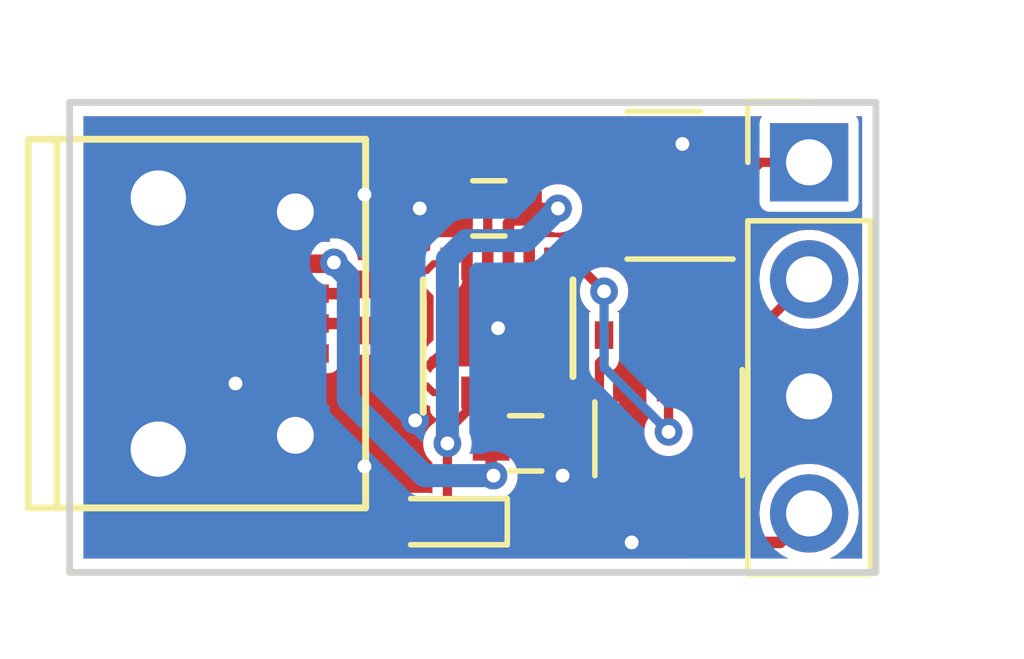
<source format=kicad_pcb>
(kicad_pcb (version 20221018) (generator pcbnew)
  (layers (0 "F.Cu" signal) (31 "B.Cu" signal) (34 "B.Paste" user) (35 "F.Paste" user) (36 "B.SilkS" user "B.Silkscreen") (37 "F.SilkS" user "F.Silkscreen") (38 "B.Mask" user) (39 "F.Mask" user) (44 "Edge.Cuts" user))
  (net 0 "")
  (net 1 "GND")
  (net 2 "Net-(J1-D-)")
  (net 3 "Net-(J1-D+)")
  (net 4 "+3V3")
  (net 5 "+5V")
  (net 6 "Net-(D1-K)")
  (net 7 "Net-(U1-USBDM)")
  (net 8 "Net-(R3-Pad2)")
  (net 9 "Net-(U1-UDBDP)")
  (net 10 "Net-(R5-Pad2)")
  (net 11 "/VTG")
  (net 12 "/TXOUT")
  (net 13 "/RXIN")
  (net 14 "Net-(U1-CBUS0)")
  (net 15 "Net-(U1-TXD)")
  (net 16 "Net-(U1-RXD)")
  (footprint "Capacitors_SMD:C_0402_NoSilk" (layer "F.Cu") (at 146.4 73.4 90)
    (fp_text reference "C1" hide)
    (fp_text value "47p")
    (pad "1" smd rect (at -0.55 0 90) (size 0.6 0.5) (layers "F.Cu" "F.Paste" "F.Mask"))
    (pad "2" smd rect (at 0.55 0 90) (size 0.6 0.5) (layers "F.Cu" "F.Paste" "F.Mask") (net 1 "GND"))
  )
  (footprint "Capacitors_SMD:C_0402_NoSilk" (layer "F.Cu") (at 146.4 75.5 -90)
    (fp_text reference "C2" hide)
    (fp_text value "47p")
    (pad "1" smd rect (at -0.55 0 270) (size 0.6 0.5) (layers "F.Cu" "F.Paste" "F.Mask"))
    (pad "2" smd rect (at 0.55 0 270) (size 0.6 0.5) (layers "F.Cu" "F.Paste" "F.Mask") (net 1 "GND"))
  )
  (footprint "Capacitors_SMD:C_0603" (layer "F.Cu") (at 149.1 72.3 180)
    (fp_text reference "C3" hide)
    (fp_text value "4.7u/6.3V")
    (fp_line (start -0.35 -0.6) (end 0.35 -0.6) (stroke (width 0.12)) (layer "F.SilkS"))
    (fp_line (start 0.35 0.6) (end -0.35 0.6) (stroke (width 0.12)) (layer "F.SilkS"))
    (pad "1" smd rect (at -0.75 0 180) (size 0.8 0.75) (layers "F.Cu" "F.Paste" "F.Mask") (net 4 "+3V3"))
    (pad "2" smd rect (at 0.75 0 180) (size 0.8 0.75) (layers "F.Cu" "F.Paste" "F.Mask") (net 1 "GND"))
  )
  (footprint "Capacitors_SMD:C_0603" (layer "F.Cu") (at 149.9 77.4)
    (fp_text reference "C4" hide)
    (fp_text value "4.7u/6.3V")
    (fp_line (start -0.35 -0.6) (end 0.35 -0.6) (stroke (width 0.12)) (layer "F.SilkS"))
    (fp_line (start 0.35 0.6) (end -0.35 0.6) (stroke (width 0.12)) (layer "F.SilkS"))
    (pad "1" smd rect (at -0.75 0) (size 0.8 0.75) (layers "F.Cu" "F.Paste" "F.Mask") (net 5 "+5V"))
    (pad "2" smd rect (at 0.75 0) (size 0.8 0.75) (layers "F.Cu" "F.Paste" "F.Mask") (net 1 "GND"))
  )
  (footprint "LEDs:LED_0603" (layer "F.Cu") (at 148.2 79.1 180)
    (fp_text reference "D1" hide)
    (fp_text value "LED")
    (fp_line (start -1.3 -0.5) (end -1.3 0.5) (stroke (width 0.12)) (layer "F.SilkS"))
    (fp_line (start -1.3 -0.5) (end 0.8 -0.5) (stroke (width 0.12)) (layer "F.SilkS"))
    (fp_line (start -1.3 0.5) (end 0.8 0.5) (stroke (width 0.12)) (layer "F.SilkS"))
    (pad "1" smd rect (at -0.8 0) (size 0.8 0.8) (layers "F.Cu" "F.Paste" "F.Mask"))
    (pad "2" smd rect (at 0.8 0) (size 0.8 0.8) (layers "F.Cu" "F.Paste" "F.Mask") (net 4 "+3V3"))
  )
  (footprint "hunz:USB_Micro-B_10103594-0001LF" (layer "F.Cu") (at 142.8 74.8 180)
    (fp_text reference "J1" hide)
    (fp_text value "USB_OTG")
    (fp_line (start -3.625 -4) (end 3.695 -4) (stroke (width 0.15)) (layer "F.SilkS"))
    (fp_line (start -3.625 4) (end -3.625 -4) (stroke (width 0.15)) (layer "F.SilkS"))
    (fp_line (start 3.075 -4) (end 3.075 4) (stroke (width 0.15)) (layer "F.SilkS"))
    (fp_line (start 3.695 4) (end -3.625 4) (stroke (width 0.15)) (layer "F.SilkS"))
    (fp_line (start 3.695 4) (end 3.695 -4) (stroke (width 0.15)) (layer "F.SilkS"))
    (pad "1" smd rect (at -2 1.3) (size 1.65 0.4) (layers "F.Cu" "F.Paste" "F.Mask") (net 5 "+5V"))
    (pad "2" smd rect (at -2 0.65) (size 1.65 0.4) (layers "F.Cu" "F.Paste" "F.Mask") (net 2 "Net-(J1-D-)"))
    (pad "3" smd rect (at -2 0.0009) (size 1.65 0.4) (layers "F.Cu" "F.Paste" "F.Mask") (net 3 "Net-(J1-D+)"))
    (pad "4" smd rect (at -2 -0.65) (size 1.65 0.4) (layers "F.Cu" "F.Paste" "F.Mask"))
    (pad "5" smd rect (at -2 -1.3) (size 1.65 0.4) (layers "F.Cu" "F.Paste" "F.Mask") (net 1 "GND"))
    (pad "6" thru_hole rect (at -2.1 -2.425) (size 1.5 2.1) (drill 0.8 (offset 0 0.4)) (layers "*.Cu" "*.Mask" "F.Paste") (net 1 "GND"))
    (pad "6" thru_hole rect (at -2.1 2.425) (size 1.5 2.1) (drill 0.8 (offset 0 -0.4)) (layers "*.Cu" "*.Mask" "F.Paste") (net 1 "GND"))
    (pad "6" thru_hole rect (at 0.875 -2.725) (size 3.4 1.9) (drill 1.2 (offset 0.3 0.2)) (layers "*.Cu" "*.Mask" "F.Paste") (net 1 "GND"))
    (pad "6" thru_hole rect (at 0.875 2.725) (size 3.4 1.9) (drill 1.2 (offset 0.3 -0.2)) (layers "*.Cu" "*.Mask" "F.Paste") (net 1 "GND"))
    (pad "6" smd rect (at 1.125 -0.9625) (size 2.5 1.425) (layers "F.Cu" "F.Paste" "F.Mask") (net 1 "GND"))
    (pad "6" smd rect (at 1.125 0.9625) (size 2.5 1.425) (layers "F.Cu" "F.Paste" "F.Mask") (net 1 "GND"))
  )
  (footprint "Resistors_SMD:R_0402_NoSilk" (layer "F.Cu") (at 147.3 75.7 90)
    (fp_text reference "R1" hide)
    (fp_text value "27")
    (pad "1" smd rect (at -0.45 0 90) (size 0.4 0.6) (layers "F.Cu" "F.Paste" "F.Mask"))
    (pad "2" smd rect (at 0.45 0 90) (size 0.4 0.6) (layers "F.Cu" "F.Paste" "F.Mask") (net 2 "Net-(J1-D-)"))
  )
  (footprint "Resistors_SMD:R_0402_NoSilk" (layer "F.Cu") (at 147.3 74.1 -90)
    (fp_text reference "R2" hide)
    (fp_text value "27")
    (pad "1" smd rect (at -0.45 0 270) (size 0.4 0.6) (layers "F.Cu" "F.Paste" "F.Mask"))
    (pad "2" smd rect (at 0.45 0 270) (size 0.4 0.6) (layers "F.Cu" "F.Paste" "F.Mask") (net 3 "Net-(J1-D+)"))
  )
  (footprint "Resistors_SMD:R_0402_NoSilk" (layer "F.Cu") (at 152.05 75.05 180)
    (fp_text reference "R3" hide)
    (fp_text value "120")
    (pad "1" smd rect (at -0.45 0 180) (size 0.4 0.6) (layers "F.Cu" "F.Paste" "F.Mask") (net 12 "/TXOUT"))
    (pad "2" smd rect (at 0.45 0 180) (size 0.4 0.6) (layers "F.Cu" "F.Paste" "F.Mask") (net 8 "Net-(R3-Pad2)"))
  )
  (footprint "Resistors_SMD:R_0402_NoSilk" (layer "F.Cu") (at 150.4 79)
    (fp_text reference "R4" hide)
    (fp_text value "470")
    (pad "1" smd rect (at -0.45 0) (size 0.4 0.6) (layers "F.Cu" "F.Paste" "F.Mask") (net 6 "Net-(D1-K)"))
    (pad "2" smd rect (at 0.45 0) (size 0.4 0.6) (layers "F.Cu" "F.Paste" "F.Mask"))
  )
  (footprint "Housings_DFN_QFN:DFN-12-1EP_3x3mm_Pitch0.45mm" (layer "F.Cu") (at 149.3 74.9 90)
    (fp_text reference "U1" hide)
    (fp_text value "FT234XD")
    (fp_line (start -1.825 -1.625) (end 1.05 -1.625) (stroke (width 0.15)) (layer "F.SilkS"))
    (fp_line (start -1.05 1.625) (end 1.05 1.625) (stroke (width 0.15)) (layer "F.SilkS"))
    (pad "1" smd rect (at -1.4 -1.125 90) (size 0.7 0.25) (layers "F.Cu" "F.Paste" "F.Mask") (net 7 "Net-(U1-USBDM)"))
    (pad "2" smd rect (at -1.4 -0.675 90) (size 0.7 0.25) (layers "F.Cu" "F.Paste" "F.Mask") (net 4 "+3V3"))
    (pad "3" smd rect (at -1.4 -0.225 90) (size 0.7 0.25) (layers "F.Cu" "F.Paste" "F.Mask") (net 4 "+3V3"))
    (pad "4" smd rect (at -1.4 0.225 90) (size 0.7 0.25) (layers "F.Cu" "F.Paste" "F.Mask") (net 5 "+5V"))
    (pad "5" smd rect (at -1.4 0.675 90) (size 0.7 0.25) (layers "F.Cu" "F.Paste" "F.Mask") (net 1 "GND"))
    (pad "6" smd rect (at -1.4 1.125 90) (size 0.7 0.25) (layers "F.Cu" "F.Paste" "F.Mask") (net 14 "Net-(U1-CBUS0)"))
    (pad "7" smd rect (at 1.4 1.125 90) (size 0.7 0.25) (layers "F.Cu" "F.Paste" "F.Mask"))
    (pad "8" smd rect (at 1.4 0.675 90) (size 0.7 0.25) (layers "F.Cu" "F.Paste" "F.Mask"))
    (pad "9" smd rect (at 1.4 0.225 90) (size 0.7 0.25) (layers "F.Cu" "F.Paste" "F.Mask") (net 4 "+3V3"))
    (pad "10" smd rect (at 1.4 -0.225 90) (size 0.7 0.25) (layers "F.Cu" "F.Paste" "F.Mask"))
    (pad "11" smd rect (at 1.4 -0.675 90) (size 0.7 0.25) (layers "F.Cu" "F.Paste" "F.Mask") (net 1 "GND"))
    (pad "12" smd rect (at 1.4 -1.125 90) (size 0.7 0.25) (layers "F.Cu" "F.Paste" "F.Mask") (net 9 "Net-(U1-UDBDP)"))
    (pad "13" smd rect (at -0.415 -0.595 90) (size 0.83 1.19) (layers "F.Cu" "F.Paste" "F.Mask") (net 1 "GND"))
    (pad "13" smd rect (at -0.415 0.595 90) (size 0.83 1.19) (layers "F.Cu" "F.Paste" "F.Mask") (net 1 "GND"))
    (pad "13" smd rect (at 0.415 -0.595 90) (size 0.83 1.19) (layers "F.Cu" "F.Paste" "F.Mask") (net 1 "GND"))
    (pad "13" smd rect (at 0.415 0.595 90) (size 0.83 1.19) (layers "F.Cu" "F.Paste" "F.Mask") (net 1 "GND"))
  )
  (footprint "Package_SO:TSOP-5_1.65x3.05mm_P0.95mm" (layer "F.Cu") (at 153 77.3 -90)
    (fp_text reference "U2" hide)
    (fp_text value "74LVC1G17")
    (fp_line (start -0.8 1.6) (end 0.8 1.6) (stroke (width 0.12)) (layer "F.SilkS"))
    (fp_line (start 0.8 -1.6) (end -1.5 -1.6) (stroke (width 0.12)) (layer "F.SilkS"))
    (pad "1" smd rect (at -1.16 -0.95 270) (size 0.7 0.51) (layers "F.Cu" "F.Paste" "F.Mask"))
    (pad "2" smd rect (at -1.16 0 270) (size 0.7 0.51) (layers "F.Cu" "F.Paste" "F.Mask") (net 15 "Net-(U1-TXD)"))
    (pad "3" smd rect (at -1.16 0.95 270) (size 0.7 0.51) (layers "F.Cu" "F.Paste" "F.Mask") (net 1 "GND"))
    (pad "4" smd rect (at 1.16 0.95 270) (size 0.7 0.51) (layers "F.Cu" "F.Paste" "F.Mask") (net 8 "Net-(R3-Pad2)"))
    (pad "5" smd rect (at 1.16 -0.95 270) (size 0.7 0.51) (layers "F.Cu" "F.Paste" "F.Mask") (net 11 "/VTG"))
  )
  (footprint "Package_SO:TSOP-5_1.65x3.05mm_P0.95mm" (layer "F.Cu") (at 152.9 71.8 180)
    (fp_text reference "U3" hide)
    (fp_text value "74LVC1G17")
    (fp_line (start -0.8 1.6) (end 0.8 1.6) (stroke (width 0.12)) (layer "F.SilkS"))
    (fp_line (start 0.8 -1.6) (end -1.5 -1.6) (stroke (width 0.12)) (layer "F.SilkS"))
    (pad "1" smd rect (at -1.16 -0.95 180) (size 0.7 0.51) (layers "F.Cu" "F.Paste" "F.Mask"))
    (pad "2" smd rect (at -1.16 0 180) (size 0.7 0.51) (layers "F.Cu" "F.Paste" "F.Mask") (net 10 "Net-(R5-Pad2)"))
    (pad "3" smd rect (at -1.16 0.95 180) (size 0.7 0.51) (layers "F.Cu" "F.Paste" "F.Mask") (net 1 "GND"))
    (pad "4" smd rect (at 1.16 0.95 180) (size 0.7 0.51) (layers "F.Cu" "F.Paste" "F.Mask") (net 16 "Net-(U1-RXD)"))
    (pad "5" smd rect (at 1.16 -0.95 180) (size 0.7 0.51) (layers "F.Cu" "F.Paste" "F.Mask") (net 4 "+3V3"))
  )
  (footprint "Capacitor_SMD:C_0402_1005Metric" (layer "F.Cu") (at 153.45 79.55 180)
    (fp_text reference "C6" hide)
    (fp_text value "0.1u")
    (pad "1" smd roundrect (at -0.485 0 180) (size 0.59 0.64) (layers "F.Cu" "F.Paste" "F.Mask") (net 11 "/VTG"))
    (pad "2" smd roundrect (at 0.485 0 180) (size 0.59 0.64) (layers "F.Cu" "F.Paste" "F.Mask") (net 1 "GND"))
  )
  (footprint "Connector_PinHeader_2.54mm:PinHeader_1x04_P2.54mm_Vertical" (layer "F.Cu") (at 156.05 71.3)
    (fp_text reference "J2" hide)
    (fp_text value "Conn_01x04")
    (fp_line (start -1.33 -1.33) (end 0 -1.33) (stroke (width 0.12)) (layer "F.SilkS"))
    (fp_line (start -1.33 0) (end -1.33 -1.33) (stroke (width 0.12)) (layer "F.SilkS"))
    (fp_line (start -1.33 1.27) (end -1.33 8.95) (stroke (width 0.12)) (layer "F.SilkS"))
    (fp_line (start -1.33 1.27) (end 1.33 1.27) (stroke (width 0.12)) (layer "F.SilkS"))
    (fp_line (start -1.33 8.95) (end 1.33 8.95) (stroke (width 0.12)) (layer "F.SilkS"))
    (fp_line (start 1.33 1.27) (end 1.33 8.95) (stroke (width 0.12)) (layer "F.SilkS"))
    (pad "1" thru_hole rect (at 0 0) (size 1.7 1.7) (drill 1) (layers "*.Cu" "*.Mask") (net 13 "/RXIN"))
    (pad "2" thru_hole oval (at 0 2.54) (size 1.7 1.7) (drill 1) (layers "*.Cu" "*.Mask") (net 12 "/TXOUT"))
    (pad "3" thru_hole oval (at 0 5.08) (size 1.7 1.7) (drill 1) (layers "*.Cu" "*.Mask") (net 1 "GND"))
    (pad "4" thru_hole oval (at 0 7.62) (size 1.7 1.7) (drill 1) (layers "*.Cu" "*.Mask") (net 11 "/VTG"))
  )
  (footprint "Resistors_SMD:R_0402_NoSilk" (layer "F.Cu") (at 153.4 74.05 180)
    (fp_text reference "R5" hide)
    (fp_text value "120")
    (pad "1" smd rect (at -0.45 0 180) (size 0.4 0.6) (layers "F.Cu" "F.Paste" "F.Mask") (net 13 "/RXIN"))
    (pad "2" smd rect (at 0.45 0 180) (size 0.4 0.6) (layers "F.Cu" "F.Paste" "F.Mask") (net 10 "Net-(R5-Pad2)"))
  )
  (gr_line (start 157.5 80.2) (end 140 80.2) (stroke (width 0.15)) (layer "Edge.Cuts"))
  (gr_line (start 140 70) (end 157.5 70) (stroke (width 0.15)) (layer "Edge.Cuts"))
  (gr_line (start 140 80.2) (end 140 70) (stroke (width 0.15)) (layer "Edge.Cuts"))
  (gr_line (start 157.5 70) (end 157.5 80.2) (stroke (width 0.15)) (layer "Edge.Cuts"))
  (segment (start 149.975 75.395) (end 149.895 75.315) (width 0.2) (layer "F.Cu") (net 1))
  (segment (start 152.965 78.185) (end 152.965 79.13) (width 0.25) (layer "F.Cu") (net 1))
  (segment (start 153.35 70.85) (end 153.3 70.9) (width 0.25) (layer "F.Cu") (net 1))
  (segment (start 149.975 76.725) (end 150.65 77.4) (width 0.25) (layer "F.Cu") (net 1))
  (segment (start 144.8 76.1) (end 143.6 76.1) (width 0.4) (layer "F.Cu") (net 1))
  (segment (start 152.965 79.13) (end 152.965 79.55) (width 0.25) (layer "F.Cu") (net 1))
  (segment (start 150.65 77.4) (end 150.65 78.05) (width 0.25) (layer "F.Cu") (net 1))
  (segment (start 148.625 74.405) (end 148.705 74.485) (width 0.2) (layer "F.Cu") (net 1))
  (segment (start 148.35 72.3) (end 147.6 72.3) (width 0.25) (layer "F.Cu") (net 1))
  (segment (start 149.975 76.3) (end 149.975 76.725) (width 0.25) (layer "F.Cu") (net 1))
  (segment (start 152.965 79.55) (end 152.2 79.55) (width 0.25) (layer "F.Cu") (net 1))
  (segment (start 148.625 72.575) (end 148.35 72.3) (width 0.2) (layer "F.Cu") (net 1))
  (segment (start 152.05 77.27) (end 152.965 78.185) (width 0.25) (layer "F.Cu") (net 1))
  (segment (start 149.975 76.3) (end 149.975 75.395) (width 0.2) (layer "F.Cu") (net 1))
  (segment (start 150.65 78.05) (end 150.7 78.1) (width 0.25) (layer "F.Cu") (net 1))
  (segment (start 148.625 73.5) (end 148.625 72.575) (width 0.2) (layer "F.Cu") (net 1))
  (segment (start 152.05 76.14) (end 152.05 77.27) (width 0.25) (layer "F.Cu") (net 1))
  (segment (start 148.625 73.5) (end 148.625 74.405) (width 0.2) (layer "F.Cu") (net 1))
  (segment (start 154.06 70.85) (end 153.35 70.85) (width 0.25) (layer "F.Cu") (net 1))
  (via (at 147.5 76.9) (size 0.6) (drill 0.3) (layers "F.Cu" "B.Cu") (net 1))
  (via (at 149.3 74.9) (size 0.6) (drill 0.3) (layers "F.Cu" "B.Cu") (net 1))
  (via (at 146.4 77.9) (size 0.6) (drill 0.3) (layers "F.Cu" "B.Cu") (net 1))
  (via (at 146.4 72) (size 0.6) (drill 0.3) (layers "F.Cu" "B.Cu") (net 1))
  (via (at 147.6 72.3) (size 0.6) (drill 0.3) (layers "F.Cu" "B.Cu") (net 1))
  (via (at 152.2 79.55) (size 0.6) (drill 0.3) (layers "F.Cu" "B.Cu") (net 1))
  (via (at 143.6 76.1) (size 0.6) (drill 0.3) (layers "F.Cu" "B.Cu") (net 1))
  (via (at 153.3 70.9) (size 0.6) (drill 0.3) (layers "F.Cu" "B.Cu") (net 1))
  (via (at 150.7 78.1) (size 0.6) (drill 0.3) (layers "F.Cu" "B.Cu") (net 1))
  (segment (start 147.825001 75.124999) (end 147.7 75.25) (width 0.15) (layer "F.Cu") (net 2))
  (segment (start 146.2 74.15) (end 146.4 73.95) (width 0.25) (layer "F.Cu") (net 2))
  (segment (start 144.8 74.15) (end 146.2 74.15) (width 0.25) (layer "F.Cu") (net 2))
  (segment (start 147.7 75.25) (end 147.3 75.25) (width 0.15) (layer "F.Cu") (net 2))
  (segment (start 146.55 74.1) (end 147.7 74.1) (width 0.15) (layer "F.Cu") (net 2))
  (segment (start 147.7 74.1) (end 147.825001 74.225001) (width 0.15) (layer "F.Cu") (net 2))
  (segment (start 146.4 73.95) (end 146.55 74.1) (width 0.15) (layer "F.Cu") (net 2))
  (segment (start 147.825001 74.225001) (end 147.825001 75.124999) (width 0.15) (layer "F.Cu") (net 2))
  (segment (start 146.8 74.55) (end 147.3 74.55) (width 0.15) (layer "F.Cu") (net 3))
  (segment (start 146.4 74.95) (end 146.8 74.55) (width 0.15) (layer "F.Cu") (net 3))
  (segment (start 144.8 74.7991) (end 146.2491 74.7991) (width 0.25) (layer "F.Cu") (net 3))
  (segment (start 146.4 74.95) (end 146.4 74.85) (width 0.15) (layer "F.Cu") (net 3))
  (segment (start 146.2491 74.7991) (end 146.4 74.95) (width 0.25) (layer "F.Cu") (net 3))
  (segment (start 151.1 71.4) (end 151.74 72.04) (width 0.25) (layer "F.Cu") (net 4))
  (segment (start 148.2 77.4) (end 148.2 78.9) (width 0.2) (layer "F.Cu") (net 4))
  (segment (start 149.85 71.675) (end 150.125 71.4) (width 0.25) (layer "F.Cu") (net 4))
  (segment (start 148 79.1) (end 147.4 79.1) (width 0.2) (layer "F.Cu") (net 4))
  (segment (start 149.525 72.625) (end 149.85 72.3) (width 0.25) (layer "F.Cu") (net 4))
  (segment (start 150.125 71.4) (end 151.1 71.4) (width 0.25) (layer "F.Cu") (net 4))
  (segment (start 151.74 72.04) (end 151.74 72.75) (width 0.25) (layer "F.Cu") (net 4))
  (segment (start 149.85 72.3) (end 149.85 71.675) (width 0.25) (layer "F.Cu") (net 4))
  (segment (start 149.525 73.5) (end 149.525 72.625) (width 0.25) (layer "F.Cu") (net 4))
  (segment (start 148.625 76.3) (end 148.625 76.699998) (width 0.2) (layer "F.Cu") (net 4))
  (segment (start 149.075 76.3) (end 148.625 76.3) (width 0.2) (layer "F.Cu") (net 4))
  (segment (start 148.625 76.699998) (end 148.2 77.124998) (width 0.2) (layer "F.Cu") (net 4))
  (segment (start 148.2 78.9) (end 148 79.1) (width 0.2) (layer "F.Cu") (net 4))
  (segment (start 148.2 77.124998) (end 148.2 77.4) (width 0.2) (layer "F.Cu") (net 4))
  (segment (start 149.85 72.3) (end 150.6 72.3) (width 0.25) (layer "F.Cu") (net 4))
  (via (at 150.6 72.3) (size 0.6) (drill 0.3) (layers "F.Cu" "B.Cu") (net 4))
  (via (at 148.2 77.4) (size 0.6) (drill 0.3) (layers "F.Cu" "B.Cu") (net 4))
  (segment (start 148.6 73) (end 149.9 73) (width 0.5) (layer "B.Cu") (net 4))
  (segment (start 148.2 77.4) (end 148.2 73.4) (width 0.5) (layer "B.Cu") (net 4))
  (segment (start 148.2 73.4) (end 148.6 73) (width 0.5) (layer "B.Cu") (net 4))
  (segment (start 149.9 73) (end 150.6 72.3) (width 0.5) (layer "B.Cu") (net 4))
  (segment (start 149.15 78.05) (end 149.2 78.1) (width 0.25) (layer "F.Cu") (net 5))
  (segment (start 149.525 77.025) (end 149.15 77.4) (width 0.25) (layer "F.Cu") (net 5))
  (segment (start 149.525 76.3) (end 149.525 77.025) (width 0.25) (layer "F.Cu") (net 5))
  (segment (start 149.15 77.4) (end 149.15 78.05) (width 0.25) (layer "F.Cu") (net 5))
  (segment (start 144.8 73.5) (end 145.709105 73.5) (width 0.4) (layer "F.Cu") (net 5))
  (segment (start 145.709105 73.5) (end 145.736373 73.472732) (width 0.4) (layer "F.Cu") (net 5))
  (via (at 149.2 78.1) (size 0.6) (drill 0.3) (layers "F.Cu" "B.Cu") (net 5))
  (via (at 145.736373 73.472732) (size 0.6) (drill 0.3) (layers "F.Cu" "B.Cu") (net 5))
  (segment (start 145.736373 73.472732) (end 146.050001 73.78636) (width 0.5) (layer "B.Cu") (net 5))
  (segment (start 149.2 78.1) (end 147.7 78.1) (width 0.5) (layer "B.Cu") (net 5))
  (segment (start 146.050001 73.78636) (end 146.050001 76.450001) (width 0.5) (layer "B.Cu") (net 5))
  (segment (start 146.050001 76.450001) (end 147.7 78.1) (width 0.5) (layer "B.Cu") (net 5))
  (segment (start 149.95 79) (end 149.1 79) (width 0.2) (layer "F.Cu") (net 6))
  (segment (start 149.1 79) (end 149 79.1) (width 0.2) (layer "F.Cu") (net 6))
  (segment (start 148.175 76.3) (end 147.9 76.3) (width 0.15) (layer "F.Cu") (net 7))
  (segment (start 147.9 76.3) (end 147.75 76.15) (width 0.15) (layer "F.Cu") (net 7))
  (segment (start 147.75 76.15) (end 147.3 76.15) (width 0.15) (layer "F.Cu") (net 7))
  (segment (start 151.5 76.555012) (end 151.67499 76.730002) (width 0.2) (layer "F.Cu") (net 8))
  (segment (start 151.67499 76.730002) (end 151.67499 77.53499) (width 0.2) (layer "F.Cu") (net 8))
  (segment (start 151.5 75.65) (end 151.5 76.555012) (width 0.2) (layer "F.Cu") (net 8))
  (segment (start 151.6 75.05) (end 151.6 75.55) (width 0.2) (layer "F.Cu") (net 8))
  (segment (start 152.05 77.91) (end 152.05 78.46) (width 0.2) (layer "F.Cu") (net 8))
  (segment (start 151.6 75.55) (end 151.5 75.65) (width 0.2) (layer "F.Cu") (net 8))
  (segment (start 151.67499 77.53499) (end 152.05 77.91) (width 0.2) (layer "F.Cu") (net 8))
  (segment (start 147.9 73.5) (end 147.75 73.65) (width 0.15) (layer "F.Cu") (net 9))
  (segment (start 148.175 73.5) (end 147.9 73.5) (width 0.15) (layer "F.Cu") (net 9))
  (segment (start 147.75 73.65) (end 147.3 73.65) (width 0.15) (layer "F.Cu") (net 9))
  (segment (start 154.06 71.8) (end 153.51 71.8) (width 0.2) (layer "F.Cu") (net 10))
  (segment (start 152.95 72.36) (end 152.95 73.55) (width 0.2) (layer "F.Cu") (net 10))
  (segment (start 152.95 73.55) (end 152.95 74.05) (width 0.2) (layer "F.Cu") (net 10))
  (segment (start 153.51 71.8) (end 152.95 72.36) (width 0.2) (layer "F.Cu") (net 10))
  (segment (start 155.42 79.55) (end 156.05 78.92) (width 0.25) (layer "F.Cu") (net 11))
  (segment (start 153.95 78.46) (end 153.95 79.535) (width 0.25) (layer "F.Cu") (net 11))
  (segment (start 153.935 79.55) (end 155.42 79.55) (width 0.25) (layer "F.Cu") (net 11))
  (segment (start 153.95 79.535) (end 153.935 79.55) (width 0.25) (layer "F.Cu") (net 11))
  (segment (start 152.5 75.05) (end 154.84 75.05) (width 0.2) (layer "F.Cu") (net 12))
  (segment (start 154.84 75.05) (end 156.05 73.84) (width 0.2) (layer "F.Cu") (net 12))
  (segment (start 156.05 71.3) (end 155 71.3) (width 0.2) (layer "F.Cu") (net 13))
  (segment (start 154.75 73.55) (end 154.25 74.05) (width 0.2) (layer "F.Cu") (net 13))
  (segment (start 154.25 74.05) (end 153.85 74.05) (width 0.2) (layer "F.Cu") (net 13))
  (segment (start 155 71.3) (end 154.75 71.55) (width 0.2) (layer "F.Cu") (net 13))
  (segment (start 154.75 71.55) (end 154.75 73.55) (width 0.2) (layer "F.Cu") (net 13))
  (segment (start 151.300001 78.449999) (end 150.85 78.9) (width 0.2) (layer "F.Cu") (net 14))
  (segment (start 150.425 76.3) (end 150.75 76.3) (width 0.2) (layer "F.Cu") (net 14))
  (segment (start 150.85 78.9) (end 150.85 79) (width 0.2) (layer "F.Cu") (net 14))
  (segment (start 151.300001 76.850001) (end 151.300001 78.449999) (width 0.2) (layer "F.Cu") (net 14))
  (segment (start 150.75 76.3) (end 151.300001 76.850001) (width 0.2) (layer "F.Cu") (net 14))
  (segment (start 151 73.5) (end 151.6 74.1) (width 0.2) (layer "F.Cu") (net 15))
  (segment (start 153 77.15) (end 153 76.14) (width 0.2) (layer "F.Cu") (net 15))
  (segment (start 150.425 73.5) (end 151 73.5) (width 0.2) (layer "F.Cu") (net 15))
  (via (at 153 77.15) (size 0.6) (drill 0.3) (layers "F.Cu" "B.Cu") (net 15))
  (via (at 151.6 74.1) (size 0.6) (drill 0.3) (layers "F.Cu" "B.Cu") (net 15))
  (segment (start 151.6 74.1) (end 151.6 75.75) (width 0.2) (layer "B.Cu") (net 15))
  (segment (start 151.6 75.75) (end 153 77.15) (width 0.2) (layer "B.Cu") (net 15))
  (segment (start 151.74 70.85) (end 149.55 70.85) (width 0.2) (layer "F.Cu") (net 16))
  (segment (start 149.075 71.975) (end 149.075 71.799998) (width 0.2) (layer "F.Cu") (net 16))
  (segment (start 149.55 70.85) (end 149.075 71.325) (width 0.2) (layer "F.Cu") (net 16))
  (segment (start 149.075 71.325) (end 149.075 71.975) (width 0.2) (layer "F.Cu") (net 16))
  (segment (start 149.075 73.5) (end 149.075 71.975) (width 0.2) (layer "F.Cu") (net 16))
  (zone (net 1) (net_name "GND") (layer "F.Cu") (connect_pads yes (clearance 0.15)) (min_thickness 0.15) (fill yes (thermal_gap 0.508) (thermal_bridge_width 0.508))
    (polygon (pts (xy 140 70) (xy 157.5 70) (xy 157.5 80.2) (xy 140 80.2)))
  )
  (zone (net 1) (net_name "GND") (layer "B.Cu") (connect_pads yes (clearance 0.15)) (min_thickness 0.15) (fill yes (thermal_gap 0.508) (thermal_bridge_width 0.508))
    (polygon (pts (xy 140 70) (xy 157.5 70) (xy 157.5 80.2) (xy 140 80.2)))
  )
)
</source>
